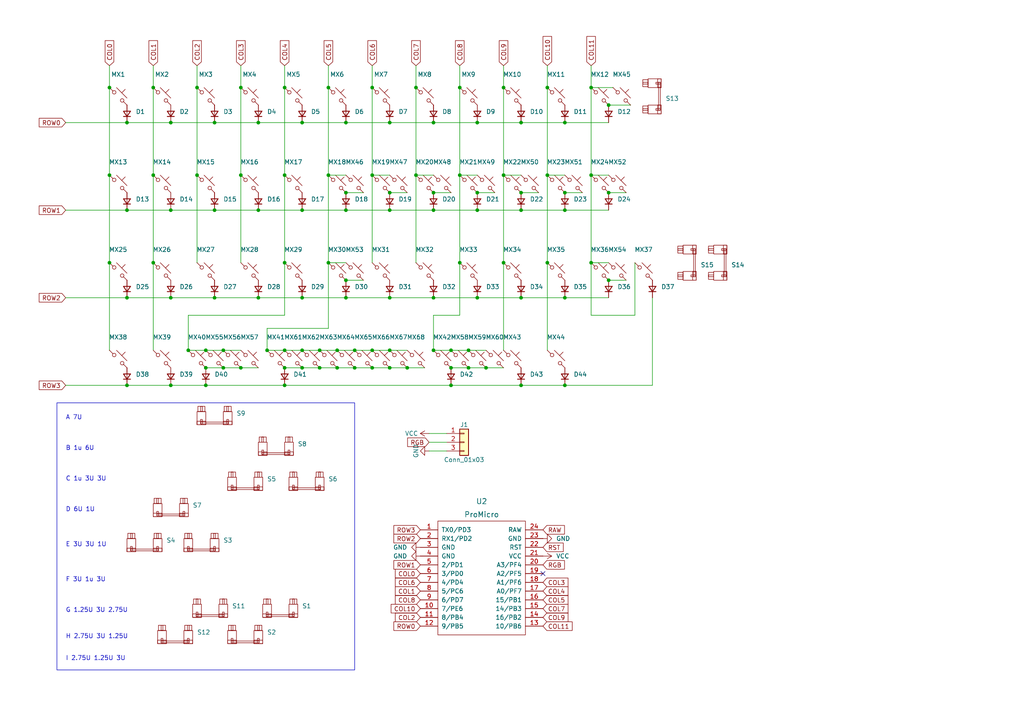
<source format=kicad_sch>
(kicad_sch (version 20230121) (generator eeschema)
  (paper "A4")
  (junction (at 102.87 101.6))
  (junction (at 49.53 60.96))
  (junction (at 87.63 60.96))
  (junction (at 163.83 35.56))
  (junction (at 171.45 76.2))
  (junction (at 138.43 86.36))
  (junction (at 87.63 106.68))
  (junction (at 100.33 35.56))
  (junction (at 151.13 35.56))
  (junction (at 36.83 86.36))
  (junction (at 44.45 50.8))
  (junction (at 100.33 81.28))
  (junction (at 36.83 35.56))
  (junction (at 107.95 101.6))
  (junction (at 138.43 55.88))
  (junction (at 36.83 111.76))
  (junction (at 113.03 106.68))
  (junction (at 97.79 101.6))
  (junction (at 120.65 50.8))
  (junction (at 158.75 25.4))
  (junction (at 138.43 60.96))
  (junction (at 113.03 86.36))
  (junction (at 113.03 35.56))
  (junction (at 100.33 86.36))
  (junction (at 97.79 106.68))
  (junction (at 31.75 76.2))
  (junction (at 171.45 50.8))
  (junction (at 125.73 35.56))
  (junction (at 130.81 106.68))
  (junction (at 54.61 101.6))
  (junction (at 69.85 106.68))
  (junction (at 95.25 25.4))
  (junction (at 158.75 50.8))
  (junction (at 133.35 50.8))
  (junction (at 146.05 76.2))
  (junction (at 140.97 106.68))
  (junction (at 113.03 55.88))
  (junction (at 82.55 111.76))
  (junction (at 146.05 25.4))
  (junction (at 49.53 111.76))
  (junction (at 57.15 25.4))
  (junction (at 163.83 86.36))
  (junction (at 113.03 101.6))
  (junction (at 31.75 25.4))
  (junction (at 176.53 55.88))
  (junction (at 163.83 55.88))
  (junction (at 62.23 60.96))
  (junction (at 176.53 81.28))
  (junction (at 59.69 101.6))
  (junction (at 151.13 60.96))
  (junction (at 49.53 35.56))
  (junction (at 69.85 50.8))
  (junction (at 113.03 60.96))
  (junction (at 44.45 25.4))
  (junction (at 118.11 106.68))
  (junction (at 107.95 50.8))
  (junction (at 107.95 25.4))
  (junction (at 74.93 35.56))
  (junction (at 133.35 25.4))
  (junction (at 59.69 111.76))
  (junction (at 31.75 50.8))
  (junction (at 107.95 106.68))
  (junction (at 146.05 50.8))
  (junction (at 74.93 60.96))
  (junction (at 130.81 101.6))
  (junction (at 125.73 101.6))
  (junction (at 82.55 25.4))
  (junction (at 82.55 50.8))
  (junction (at 64.77 106.68))
  (junction (at 44.45 76.2))
  (junction (at 158.75 76.2))
  (junction (at 171.45 25.4))
  (junction (at 82.55 101.6))
  (junction (at 62.23 35.56))
  (junction (at 77.47 101.6))
  (junction (at 95.25 76.2))
  (junction (at 87.63 86.36))
  (junction (at 135.89 101.6))
  (junction (at 151.13 111.76))
  (junction (at 100.33 60.96))
  (junction (at 120.65 25.4))
  (junction (at 135.89 106.68))
  (junction (at 92.71 106.68))
  (junction (at 92.71 101.6))
  (junction (at 74.93 86.36))
  (junction (at 163.83 111.76))
  (junction (at 49.53 86.36))
  (junction (at 82.55 76.2))
  (junction (at 151.13 86.36))
  (junction (at 138.43 35.56))
  (junction (at 69.85 25.4))
  (junction (at 59.69 106.68))
  (junction (at 64.77 101.6))
  (junction (at 100.33 55.88))
  (junction (at 151.13 55.88))
  (junction (at 87.63 35.56))
  (junction (at 133.35 76.2))
  (junction (at 95.25 50.8))
  (junction (at 130.81 111.76))
  (junction (at 36.83 60.96))
  (junction (at 62.23 86.36))
  (junction (at 125.73 86.36))
  (junction (at 102.87 106.68))
  (junction (at 125.73 55.88))
  (junction (at 57.15 50.8))
  (junction (at 82.55 106.68))
  (junction (at 176.53 30.48))
  (junction (at 125.73 60.96))
  (junction (at 87.63 101.6))
  (junction (at 163.83 60.96))
  (no_connect (at 157.48 166.37))
  (wire (pts (xy 19.05 86.36) (xy 36.83 86.36)))
  (wire (pts (xy 44.45 25.4) (xy 44.45 50.8)))
  (wire (pts (xy 176.53 55.88) (xy 181.61 55.88)))
  (wire (pts (xy 158.75 76.2) (xy 158.75 101.6)))
  (wire (pts (xy 146.05 25.4) (xy 146.05 50.8)))
  (wire (pts (xy 82.55 19.05) (xy 82.55 25.4)))
  (wire (pts (xy 107.95 101.6) (xy 113.03 101.6)))
  (wire (pts (xy 31.75 50.8) (xy 31.75 76.2)))
  (wire (pts (xy 44.45 76.2) (xy 44.45 101.6)))
  (wire (pts (xy 95.25 19.05) (xy 95.25 25.4)))
  (wire (pts (xy 77.47 101.6) (xy 82.55 101.6)))
  (wire (pts (xy 163.83 111.76) (xy 189.23 111.76)))
  (wire (pts (xy 125.73 101.6) (xy 130.81 101.6)))
  (wire (pts (xy 62.23 35.56) (xy 74.93 35.56)))
  (wire (pts (xy 87.63 101.6) (xy 92.71 101.6)))
  (wire (pts (xy 69.85 50.8) (xy 69.85 76.2)))
  (wire (pts (xy 171.45 91.44) (xy 184.15 91.44)))
  (wire (pts (xy 82.55 101.6) (xy 87.63 101.6)))
  (wire (pts (xy 171.45 76.2) (xy 171.45 91.44)))
  (wire (pts (xy 36.83 111.76) (xy 49.53 111.76)))
  (wire (pts (xy 146.05 50.8) (xy 146.05 76.2)))
  (wire (pts (xy 95.25 50.8) (xy 100.33 50.8)))
  (wire (pts (xy 135.89 106.68) (xy 140.97 106.68)))
  (wire (pts (xy 49.53 35.56) (xy 62.23 35.56)))
  (wire (pts (xy 163.83 55.88) (xy 168.91 55.88)))
  (wire (pts (xy 107.95 19.05) (xy 107.95 25.4)))
  (wire (pts (xy 120.65 50.8) (xy 125.73 50.8)))
  (wire (pts (xy 138.43 55.88) (xy 143.51 55.88)))
  (wire (pts (xy 125.73 91.44) (xy 125.73 101.6)))
  (wire (pts (xy 92.71 106.68) (xy 97.79 106.68)))
  (wire (pts (xy 62.23 60.96) (xy 74.93 60.96)))
  (wire (pts (xy 64.77 101.6) (xy 69.85 101.6)))
  (wire (pts (xy 64.77 106.68) (xy 69.85 106.68)))
  (wire (pts (xy 130.81 106.68) (xy 135.89 106.68)))
  (wire (pts (xy 171.45 76.2) (xy 176.53 76.2)))
  (wire (pts (xy 57.15 19.05) (xy 57.15 25.4)))
  (wire (pts (xy 74.93 60.96) (xy 87.63 60.96)))
  (wire (pts (xy 118.11 106.68) (xy 123.19 106.68)))
  (wire (pts (xy 171.45 50.8) (xy 176.53 50.8)))
  (wire (pts (xy 158.75 25.4) (xy 158.75 50.8)))
  (wire (pts (xy 146.05 50.8) (xy 151.13 50.8)))
  (wire (pts (xy 36.83 60.96) (xy 49.53 60.96)))
  (wire (pts (xy 59.69 111.76) (xy 82.55 111.76)))
  (wire (pts (xy 171.45 19.05) (xy 171.45 25.4)))
  (wire (pts (xy 54.61 91.44) (xy 54.61 101.6)))
  (wire (pts (xy 74.93 86.36) (xy 87.63 86.36)))
  (wire (pts (xy 62.23 86.36) (xy 74.93 86.36)))
  (wire (pts (xy 176.53 30.48) (xy 182.88 30.48)))
  (wire (pts (xy 49.53 86.36) (xy 62.23 86.36)))
  (wire (pts (xy 158.75 50.8) (xy 158.75 76.2)))
  (wire (pts (xy 19.05 60.96) (xy 36.83 60.96)))
  (wire (pts (xy 138.43 86.36) (xy 151.13 86.36)))
  (wire (pts (xy 113.03 106.68) (xy 118.11 106.68)))
  (wire (pts (xy 113.03 86.36) (xy 125.73 86.36)))
  (wire (pts (xy 95.25 76.2) (xy 100.33 76.2)))
  (wire (pts (xy 59.69 101.6) (xy 64.77 101.6)))
  (wire (pts (xy 146.05 76.2) (xy 146.05 101.6)))
  (wire (pts (xy 107.95 25.4) (xy 107.95 50.8)))
  (wire (pts (xy 49.53 60.96) (xy 62.23 60.96)))
  (wire (pts (xy 44.45 19.05) (xy 44.45 25.4)))
  (wire (pts (xy 151.13 60.96) (xy 163.83 60.96)))
  (wire (pts (xy 102.87 106.68) (xy 107.95 106.68)))
  (wire (pts (xy 113.03 35.56) (xy 125.73 35.56)))
  (wire (pts (xy 82.55 50.8) (xy 82.55 76.2)))
  (wire (pts (xy 95.25 50.8) (xy 95.25 76.2)))
  (wire (pts (xy 107.95 50.8) (xy 107.95 76.2)))
  (wire (pts (xy 125.73 55.88) (xy 130.81 55.88)))
  (wire (pts (xy 138.43 60.96) (xy 151.13 60.96)))
  (wire (pts (xy 19.05 111.76) (xy 36.83 111.76)))
  (wire (pts (xy 54.61 91.44) (xy 82.55 91.44)))
  (wire (pts (xy 100.33 60.96) (xy 113.03 60.96)))
  (wire (pts (xy 69.85 25.4) (xy 69.85 50.8)))
  (wire (pts (xy 125.73 35.56) (xy 138.43 35.56)))
  (wire (pts (xy 59.69 106.68) (xy 64.77 106.68)))
  (wire (pts (xy 57.15 25.4) (xy 57.15 50.8)))
  (wire (pts (xy 49.53 111.76) (xy 59.69 111.76)))
  (wire (pts (xy 69.85 106.68) (xy 74.93 106.68)))
  (wire (pts (xy 82.55 111.76) (xy 130.81 111.76)))
  (wire (pts (xy 133.35 76.2) (xy 133.35 91.44)))
  (wire (pts (xy 102.87 101.6) (xy 107.95 101.6)))
  (wire (pts (xy 125.73 91.44) (xy 133.35 91.44)))
  (wire (pts (xy 130.81 111.76) (xy 151.13 111.76)))
  (wire (pts (xy 151.13 111.76) (xy 163.83 111.76)))
  (wire (pts (xy 124.46 128.27) (xy 129.54 128.27)))
  (wire (pts (xy 82.55 106.68) (xy 87.63 106.68)))
  (wire (pts (xy 31.75 76.2) (xy 31.75 101.6)))
  (wire (pts (xy 171.45 25.4) (xy 171.45 50.8)))
  (wire (pts (xy 44.45 50.8) (xy 44.45 76.2)))
  (wire (pts (xy 100.33 86.36) (xy 113.03 86.36)))
  (wire (pts (xy 151.13 35.56) (xy 163.83 35.56)))
  (wire (pts (xy 113.03 60.96) (xy 125.73 60.96)))
  (wire (pts (xy 133.35 50.8) (xy 133.35 76.2)))
  (wire (pts (xy 36.83 86.36) (xy 49.53 86.36)))
  (wire (pts (xy 158.75 19.05) (xy 158.75 25.4)))
  (wire (pts (xy 31.75 25.4) (xy 31.75 50.8)))
  (wire (pts (xy 95.25 25.4) (xy 95.25 50.8)))
  (wire (pts (xy 31.75 19.05) (xy 31.75 25.4)))
  (wire (pts (xy 19.05 35.56) (xy 36.83 35.56)))
  (wire (pts (xy 176.53 81.28) (xy 181.61 81.28)))
  (wire (pts (xy 107.95 106.68) (xy 113.03 106.68)))
  (wire (pts (xy 184.15 76.2) (xy 184.15 91.44)))
  (wire (pts (xy 87.63 60.96) (xy 100.33 60.96)))
  (wire (pts (xy 87.63 86.36) (xy 100.33 86.36)))
  (wire (pts (xy 97.79 101.6) (xy 102.87 101.6)))
  (wire (pts (xy 120.65 25.4) (xy 120.65 50.8)))
  (wire (pts (xy 133.35 50.8) (xy 138.43 50.8)))
  (wire (pts (xy 87.63 106.68) (xy 92.71 106.68)))
  (wire (pts (xy 124.46 125.73) (xy 129.54 125.73)))
  (wire (pts (xy 158.75 50.8) (xy 163.83 50.8)))
  (wire (pts (xy 100.33 35.56) (xy 113.03 35.56)))
  (wire (pts (xy 69.85 19.05) (xy 69.85 25.4)))
  (wire (pts (xy 100.33 55.88) (xy 105.41 55.88)))
  (wire (pts (xy 120.65 50.8) (xy 120.65 76.2)))
  (wire (pts (xy 146.05 19.05) (xy 146.05 25.4)))
  (wire (pts (xy 140.97 106.68) (xy 146.05 106.68)))
  (wire (pts (xy 36.83 35.56) (xy 49.53 35.56)))
  (wire (pts (xy 87.63 35.56) (xy 100.33 35.56)))
  (wire (pts (xy 113.03 55.88) (xy 118.11 55.88)))
  (wire (pts (xy 171.45 25.4) (xy 177.8 25.4)))
  (wire (pts (xy 163.83 86.36) (xy 176.53 86.36)))
  (wire (pts (xy 125.73 86.36) (xy 138.43 86.36)))
  (wire (pts (xy 138.43 35.56) (xy 151.13 35.56)))
  (wire (pts (xy 57.15 50.8) (xy 57.15 76.2)))
  (wire (pts (xy 77.47 95.25) (xy 77.47 101.6)))
  (wire (pts (xy 151.13 55.88) (xy 156.21 55.88)))
  (wire (pts (xy 92.71 101.6) (xy 97.79 101.6)))
  (wire (pts (xy 151.13 86.36) (xy 163.83 86.36)))
  (wire (pts (xy 163.83 35.56) (xy 176.53 35.56)))
  (wire (pts (xy 74.93 35.56) (xy 87.63 35.56)))
  (wire (pts (xy 124.46 130.81) (xy 129.54 130.81)))
  (wire (pts (xy 120.65 19.05) (xy 120.65 25.4)))
  (wire (pts (xy 95.25 76.2) (xy 95.25 95.25)))
  (wire (pts (xy 125.73 60.96) (xy 138.43 60.96)))
  (wire (pts (xy 135.89 101.6) (xy 140.97 101.6)))
  (wire (pts (xy 107.95 50.8) (xy 113.03 50.8)))
  (wire (pts (xy 133.35 25.4) (xy 133.35 50.8)))
  (wire (pts (xy 97.79 106.68) (xy 102.87 106.68)))
  (wire (pts (xy 189.23 86.36) (xy 189.23 111.76)))
  (wire (pts (xy 171.45 50.8) (xy 171.45 76.2)))
  (wire (pts (xy 77.47 95.25) (xy 95.25 95.25)))
  (wire (pts (xy 163.83 60.96) (xy 176.53 60.96)))
  (wire (pts (xy 113.03 101.6) (xy 118.11 101.6)))
  (wire (pts (xy 82.55 76.2) (xy 82.55 91.44)))
  (wire (pts (xy 130.81 101.6) (xy 135.89 101.6)))
  (wire (pts (xy 100.33 81.28) (xy 105.41 81.28)))
  (wire (pts (xy 133.35 19.05) (xy 133.35 25.4)))
  (wire (pts (xy 54.61 101.6) (xy 59.69 101.6)))
  (wire (pts (xy 82.55 25.4) (xy 82.55 50.8)))
  (rectangle (start 16.51 116.84) (end 102.87 194.31))
  (text "G 1.25U 3U 2.75U\n" (at 19.05 177.8 0) (effects (font (size 1.27 1.27)) (justify left bottom)))
  (text "D 6U 1U" (at 19.05 148.59 0) (effects (font (size 1.27 1.27)) (justify left bottom)))
  (text "H 2.75U 3U 1.25U " (at 19.05 185.42 0) (effects (font (size 1.27 1.27)) (justify left bottom)))
  (text "C 1u 3U 3U" (at 19.05 139.7 0) (effects (font (size 1.27 1.27)) (justify left bottom)))
  (text "A 7U" (at 19.05 121.92 0) (effects (font (size 1.27 1.27)) (justify left bottom)))
  (text "B 1u 6U" (at 19.05 130.81 0) (effects (font (size 1.27 1.27)) (justify left bottom)))
  (text "E 3U 3U 1U" (at 19.05 158.75 0) (effects (font (size 1.27 1.27)) (justify left bottom)))
  (text "F 3U 1u 3U" (at 19.05 168.91 0) (effects (font (size 1.27 1.27)) (justify left bottom)))
  (text "I 2.75U 1.25U 3U " (at 19.05 191.77 0) (effects (font (size 1.27 1.27)) (justify left bottom)))
  (global_label "COL5" (shape input) (at 157.48 173.99 0) (property "Intersheetrefs" "${INTERSHEET_REFS}" (effects hide)))
  (global_label "COL8" (shape input) (at 133.35 19.05 90) (property "Intersheetrefs" "${INTERSHEET_REFS}" (effects hide)))
  (global_label "COL4" (shape input) (at 157.48 171.45 0) (property "Intersheetrefs" "${INTERSHEET_REFS}" (effects hide)))
  (global_label "ROW2" (shape input) (at 19.05 86.36 180) (property "Intersheetrefs" "${INTERSHEET_REFS}" (effects hide)))
  (global_label "RST" (shape input) (at 157.48 158.75 0) (property "Intersheetrefs" "${INTERSHEET_REFS}" (effects hide)))
  (global_label "COL4" (shape input) (at 82.55 19.05 90) (property "Intersheetrefs" "${INTERSHEET_REFS}" (effects hide)))
  (global_label "COL1" (shape input) (at 44.45 19.05 90) (property "Intersheetrefs" "${INTERSHEET_REFS}" (effects hide)))
  (global_label "COL10" (shape input) (at 158.75 19.05 90) (property "Intersheetrefs" "${INTERSHEET_REFS}" (effects hide)))
  (global_label "COL5" (shape input) (at 95.25 19.05 90) (property "Intersheetrefs" "${INTERSHEET_REFS}" (effects hide)))
  (global_label "ROW3" (shape input) (at 19.05 111.76 180) (property "Intersheetrefs" "${INTERSHEET_REFS}" (effects hide)))
  (global_label "COL9" (shape input) (at 146.05 19.05 90) (property "Intersheetrefs" "${INTERSHEET_REFS}" (effects hide)))
  (global_label "COL3" (shape input) (at 69.85 19.05 90) (property "Intersheetrefs" "${INTERSHEET_REFS}" (effects hide)))
  (global_label "COL6" (shape input) (at 107.95 19.05 90) (property "Intersheetrefs" "${INTERSHEET_REFS}" (effects hide)))
  (global_label "RGB" (shape input) (at 157.48 163.83 0) (property "Intersheetrefs" "${INTERSHEET_REFS}" (effects hide)))
  (global_label "COL11" (shape input) (at 157.48 181.61 0) (property "Intersheetrefs" "${INTERSHEET_REFS}" (effects hide)))
  (global_label "RGB" (shape input) (at 124.46 128.27 180) (property "Intersheetrefs" "${INTERSHEET_REFS}" (effects hide)))
  (global_label "COL7" (shape input) (at 120.65 19.05 90) (property "Intersheetrefs" "${INTERSHEET_REFS}" (effects hide)))
  (global_label "COL0" (shape input) (at 121.92 166.37 180) (property "Intersheetrefs" "${INTERSHEET_REFS}" (effects hide)))
  (global_label "ROW0" (shape input) (at 121.92 181.61 180) (property "Intersheetrefs" "${INTERSHEET_REFS}" (effects hide)))
  (global_label "COL7" (shape input) (at 157.48 176.53 0) (property "Intersheetrefs" "${INTERSHEET_REFS}" (effects hide)))
  (global_label "COL2" (shape input) (at 57.15 19.05 90) (property "Intersheetrefs" "${INTERSHEET_REFS}" (effects hide)))
  (global_label "COL6" (shape input) (at 121.92 168.91 180) (property "Intersheetrefs" "${INTERSHEET_REFS}" (effects hide)))
  (global_label "COL8" (shape input) (at 121.92 173.99 180) (property "Intersheetrefs" "${INTERSHEET_REFS}" (effects hide)))
  (global_label "COL10" (shape input) (at 121.92 176.53 180) (property "Intersheetrefs" "${INTERSHEET_REFS}" (effects hide)))
  (global_label "ROW2" (shape input) (at 121.92 156.21 180) (property "Intersheetrefs" "${INTERSHEET_REFS}" (effects hide)))
  (global_label "COL11" (shape input) (at 171.45 19.05 90) (property "Intersheetrefs" "${INTERSHEET_REFS}" (effects hide)))
  (global_label "COL9" (shape input) (at 157.48 179.07 0) (property "Intersheetrefs" "${INTERSHEET_REFS}" (effects hide)))
  (global_label "ROW3" (shape input) (at 121.92 153.67 180) (property "Intersheetrefs" "${INTERSHEET_REFS}" (effects hide)))
  (global_label "COL1" (shape input) (at 121.92 171.45 180) (property "Intersheetrefs" "${INTERSHEET_REFS}" (effects hide)))
  (global_label "COL2" (shape input) (at 121.92 179.07 180) (property "Intersheetrefs" "${INTERSHEET_REFS}" (effects hide)))
  (global_label "ROW1" (shape input) (at 19.05 60.96 180) (property "Intersheetrefs" "${INTERSHEET_REFS}" (effects hide)))
  (global_label "RAW" (shape input) (at 157.48 153.67 0) (property "Intersheetrefs" "${INTERSHEET_REFS}" (effects hide)))
  (global_label "ROW0" (shape input) (at 19.05 35.56 180) (property "Intersheetrefs" "${INTERSHEET_REFS}" (effects hide)))
  (global_label "ROW1" (shape input) (at 121.92 163.83 180) (property "Intersheetrefs" "${INTERSHEET_REFS}" (effects hide)))
  (global_label "COL3" (shape input) (at 157.48 168.91 0) (property "Intersheetrefs" "${INTERSHEET_REFS}" (effects hide)))
  (global_label "COL0" (shape input) (at 31.75 19.05 90) (property "Intersheetrefs" "${INTERSHEET_REFS}" (effects hide)))
  (symbol (lib_id "Device:D_Small") (at 87.63 33.02 90) (unit 1)
    (property "Reference" "D5" (at 90.17 32.385 90) (effects (justify right)))
    (property "Value" "D_Small" (effects hide))
    (property "Footprint" "Keebio-Parts:Diode-Hybrid-Back" (effects hide))
    (property "Sim.Device" "D" (effects hide))
    (property "Sim.Pins" "1=K 2=A" (effects hide))
  )
  (symbol (lib_id "PCM_marbastlib-mx:MX_stab") (at 71.12 139.7 0) (unit 1)
    (property "Reference" "S5" (at 77.47 138.938 0) (effects (justify left)))
    (property "Value" "MX_stab" (effects hide))
    (property "Footprint" "PCM_marbastlib-mx:STAB_MX_3u" (effects hide))
  )
  (symbol (lib_id "PCM_marbastlib-mx:MX_SW_solder") (at 102.87 53.34 0) (unit 1)
    (property "Reference" "MX46" (at 102.87 46.99 0))
    (property "Value" "MX_SW_solder" (effects hide))
    (property "Footprint" "PCM_marbastlib-mx:SW_MX_1.5u" (effects hide))
  )
  (symbol (lib_id "PCM_marbastlib-mx:MX_SW_solder") (at 46.99 78.74 0) (unit 1)
    (property "Reference" "MX26" (at 46.99 72.39 0))
    (property "Value" "MX_SW_solder" (effects hide))
    (property "Footprint" "PCM_marbastlib-mx:SW_MX_1u" (effects hide))
  )
  (symbol (lib_id "Device:D_Small") (at 176.53 58.42 90) (unit 1)
    (property "Reference" "D24" (at 179.07 57.785 90) (effects (justify right)))
    (property "Value" "D_Small" (effects hide))
    (property "Footprint" "Keebio-Parts:Diode-Hybrid-Back" (effects hide))
    (property "Sim.Device" "D" (effects hide))
    (property "Sim.Pins" "1=K 2=A" (effects hide))
  )
  (symbol (lib_id "PCM_marbastlib-mx:MX_SW_solder") (at 34.29 27.94 0) (unit 1)
    (property "Reference" "MX1" (at 34.29 21.59 0))
    (property "Value" "MX_SW_solder" (effects hide))
    (property "Footprint" "PCM_marbastlib-mx:SW_MX_1u" (effects hide))
  )
  (symbol (lib_id "PCM_marbastlib-mx:MX_stab") (at 49.53 147.32 0) (unit 1)
    (property "Reference" "S7" (at 55.88 146.558 0) (effects (justify left)))
    (property "Value" "MX_stab" (effects hide))
    (property "Footprint" "PCM_marbastlib-mx:STAB_MX_6u" (effects hide))
  )
  (symbol (lib_id "PCM_marbastlib-mx:MX_SW_solder") (at 46.99 104.14 0) (unit 1)
    (property "Reference" "MX39" (at 46.99 97.79 0))
    (property "Value" "MX_SW_solder" (effects hide))
    (property "Footprint" "PCM_marbastlib-mx:SW_MX_1.5u" (effects hide))
  )
  (symbol (lib_id "PCM_marbastlib-mx:MX_SW_solder") (at 80.01 104.14 0) (unit 1)
    (property "Reference" "MX41" (at 80.01 97.79 0))
    (property "Value" "MX_SW_solder" (effects hide))
    (property "Footprint" "PCM_marbastlib-mx:SW_MX_1u" (effects hide))
  )
  (symbol (lib_id "PCM_marbastlib-mx:MX_SW_solder") (at 148.59 27.94 0) (unit 1)
    (property "Reference" "MX10" (at 148.59 21.59 0))
    (property "Value" "MX_SW_solder" (effects hide))
    (property "Footprint" "PCM_marbastlib-mx:SW_MX_1u" (effects hide))
  )
  (symbol (lib_id "Device:D_Small") (at 36.83 33.02 90) (unit 1)
    (property "Reference" "D1" (at 39.37 32.385 90) (effects (justify right)))
    (property "Value" "D_Small" (effects hide))
    (property "Footprint" "Keebio-Parts:Diode-Hybrid-Back" (effects hide))
    (property "Sim.Device" "D" (effects hide))
    (property "Sim.Pins" "1=K 2=A" (effects hide))
  )
  (symbol (lib_id "PCM_marbastlib-mx:MX_SW_solder") (at 34.29 104.14 0) (unit 1)
    (property "Reference" "MX38" (at 34.29 97.79 0))
    (property "Value" "MX_SW_solder" (effects hide))
    (property "Footprint" "PCM_marbastlib-mx:SW_MX_1.5u" (effects hide))
  )
  (symbol (lib_id "PCM_marbastlib-mx:MX_SW_solder") (at 148.59 78.74 0) (unit 1)
    (property "Reference" "MX34" (at 148.59 72.39 0))
    (property "Value" "MX_SW_solder" (effects hide))
    (property "Footprint" "PCM_marbastlib-mx:SW_MX_1u" (effects hide))
  )
  (symbol (lib_id "PCM_marbastlib-mx:MX_SW_solder") (at 153.67 53.34 0) (unit 1)
    (property "Reference" "MX50" (at 153.67 46.99 0))
    (property "Value" "MX_SW_solder" (effects hide))
    (property "Footprint" "PCM_marbastlib-mx:SW_MX_1u" (effects hide))
  )
  (symbol (lib_id "Device:D_Small") (at 100.33 83.82 90) (unit 1)
    (property "Reference" "D30" (at 102.87 83.185 90) (effects (justify right)))
    (property "Value" "D_Small" (effects hide))
    (property "Footprint" "Keebio-Parts:Diode-Hybrid-Back" (effects hide))
    (property "Sim.Device" "D" (effects hide))
    (property "Sim.Pins" "1=K 2=A" (effects hide))
  )
  (symbol (lib_id "Device:D_Small") (at 113.03 83.82 90) (unit 1)
    (property "Reference" "D31" (at 115.57 83.185 90) (effects (justify right)))
    (property "Value" "D_Small" (effects hide))
    (property "Footprint" "Keebio-Parts:Diode-Hybrid-Back" (effects hide))
    (property "Sim.Device" "D" (effects hide))
    (property "Sim.Pins" "1=K 2=A" (effects hide))
  )
  (symbol (lib_id "Device:D_Small") (at 74.93 58.42 90) (unit 1)
    (property "Reference" "D16" (at 77.47 57.785 90) (effects (justify right)))
    (property "Value" "D_Small" (effects hide))
    (property "Footprint" "Keebio-Parts:Diode-Hybrid-Back" (effects hide))
    (property "Sim.Device" "D" (effects hide))
    (property "Sim.Pins" "1=K 2=A" (effects hide))
  )
  (symbol (lib_id "PCM_marbastlib-mx:MX_SW_solder") (at 67.31 104.14 0) (unit 1)
    (property "Reference" "MX56" (at 67.31 97.79 0))
    (property "Value" "MX_SW_solder" (effects hide))
    (property "Footprint" "PCM_marbastlib-mx:SW_MX_1u" (effects hide))
  )
  (symbol (lib_id "Device:D_Small") (at 189.23 83.82 90) (unit 1)
    (property "Reference" "D37" (at 191.77 83.185 90) (effects (justify right)))
    (property "Value" "D_Small" (effects hide))
    (property "Footprint" "Keebio-Parts:Diode-Hybrid-Back" (effects hide))
    (property "Sim.Device" "D" (effects hide))
    (property "Sim.Pins" "1=K 2=A" (effects hide))
  )
  (symbol (lib_id "PCM_marbastlib-mx:MX_stab") (at 81.28 176.53 0) (unit 1)
    (property "Reference" "S1" (at 87.63 175.768 0) (effects (justify left)))
    (property "Value" "MX_stab" (effects hide))
    (property "Footprint" "PCM_marbastlib-mx:STAB_MX_2.75u" (effects hide))
  )
  (symbol (lib_id "Device:D_Small") (at 62.23 33.02 90) (unit 1)
    (property "Reference" "D3" (at 64.77 32.385 90) (effects (justify right)))
    (property "Value" "D_Small" (effects hide))
    (property "Footprint" "Keebio-Parts:Diode-Hybrid-Back" (effects hide))
    (property "Sim.Device" "D" (effects hide))
    (property "Sim.Pins" "1=K 2=A" (effects hide))
  )
  (symbol (lib_id "PCM_marbastlib-mx:MX_SW_solder") (at 128.27 53.34 0) (unit 1)
    (property "Reference" "MX48" (at 128.27 46.99 0))
    (property "Value" "MX_SW_solder" (effects hide))
    (property "Footprint" "PCM_marbastlib-mx:SW_MX_1u" (effects hide))
  )
  (symbol (lib_id "power:GND") (at 157.48 156.21 90) (unit 1)
    (property "Reference" "#PWR01" (effects hide))
    (property "Value" "GND" (at 161.29 156.2099 90) (effects (justify right)))
  )
  (symbol (lib_id "PCM_marbastlib-mx:MX_SW_solder") (at 148.59 53.34 0) (unit 1)
    (property "Reference" "MX22" (at 148.59 46.99 0))
    (property "Value" "MX_SW_solder" (effects hide))
    (property "Footprint" "PCM_marbastlib-mx:SW_MX_1u" (effects hide))
  )
  (symbol (lib_id "Device:D_Small") (at 74.93 33.02 90) (unit 1)
    (property "Reference" "D4" (at 77.47 32.385 90) (effects (justify right)))
    (property "Value" "D_Small" (effects hide))
    (property "Footprint" "Keebio-Parts:Diode-Hybrid-Back" (effects hide))
    (property "Sim.Device" "D" (effects hide))
    (property "Sim.Pins" "1=K 2=A" (effects hide))
  )
  (symbol (lib_id "Device:D_Small") (at 163.83 58.42 90) (unit 1)
    (property "Reference" "D23" (at 166.37 57.785 90) (effects (justify right)))
    (property "Value" "D_Small" (effects hide))
    (property "Footprint" "Keebio-Parts:Diode-Hybrid-Back" (effects hide))
    (property "Sim.Device" "D" (effects hide))
    (property "Sim.Pins" "1=K 2=A" (effects hide))
  )
  (symbol (lib_id "Device:D_Small") (at 176.53 83.82 90) (unit 1)
    (property "Reference" "D36" (at 179.07 83.185 90) (effects (justify right)))
    (property "Value" "D_Small" (effects hide))
    (property "Footprint" "Keebio-Parts:Diode-Hybrid-Back" (effects hide))
    (property "Sim.Device" "D" (effects hide))
    (property "Sim.Pins" "1=K 2=A" (effects hide))
  )
  (symbol (lib_id "PCM_marbastlib-mx:MX_SW_solder") (at 97.79 78.74 0) (unit 1)
    (property "Reference" "MX30" (at 97.79 72.39 0))
    (property "Value" "MX_SW_solder" (effects hide))
    (property "Footprint" "PCM_marbastlib-mx:SW_MX_1u" (effects hide))
  )
  (symbol (lib_id "PCM_marbastlib-mx:MX_SW_solder") (at 135.89 27.94 0) (unit 1)
    (property "Reference" "MX9" (at 135.89 21.59 0))
    (property "Value" "MX_SW_solder" (effects hide))
    (property "Footprint" "PCM_marbastlib-mx:SW_MX_1u" (effects hide))
  )
  (symbol (lib_id "PCM_marbastlib-mx:MX_SW_solder") (at 161.29 78.74 0) (unit 1)
    (property "Reference" "MX35" (at 161.29 72.39 0))
    (property "Value" "MX_SW_solder" (effects hide))
    (property "Footprint" "PCM_marbastlib-mx:SW_MX_1u" (effects hide))
  )
  (symbol (lib_id "power:GND") (at 121.92 161.29 270) (unit 1)
    (property "Reference" "#PWR03" (effects hide))
    (property "Value" "GND" (at 118.11 161.2899 90) (effects (justify right)))
  )
  (symbol (lib_id "PCM_marbastlib-mx:MX_SW_solder") (at 72.39 78.74 0) (unit 1)
    (property "Reference" "MX28" (at 72.39 72.39 0))
    (property "Value" "MX_SW_solder" (effects hide))
    (property "Footprint" "PCM_marbastlib-mx:SW_MX_1u" (effects hide))
  )
  (symbol (lib_id "Device:D_Small") (at 125.73 33.02 90) (unit 1)
    (property "Reference" "D8" (at 128.27 32.385 90) (effects (justify right)))
    (property "Value" "D_Small" (effects hide))
    (property "Footprint" "Keebio-Parts:Diode-Hybrid-Back" (effects hide))
    (property "Sim.Device" "D" (effects hide))
    (property "Sim.Pins" "1=K 2=A" (effects hide))
  )
  (symbol (lib_id "Device:D_Small") (at 62.23 58.42 90) (unit 1)
    (property "Reference" "D15" (at 64.77 57.785 90) (effects (justify right)))
    (property "Value" "D_Small" (effects hide))
    (property "Footprint" "Keebio-Parts:Diode-Hybrid-Back" (effects hide))
    (property "Sim.Device" "D" (effects hide))
    (property "Sim.Pins" "1=K 2=A" (effects hide))
  )
  (symbol (lib_id "Device:D_Small") (at 59.69 109.22 90) (unit 1)
    (property "Reference" "D40" (at 62.23 108.585 90) (effects (justify right)))
    (property "Value" "D_Small" (effects hide))
    (property "Footprint" "Keebio-Parts:Diode-Hybrid-Back" (effects hide))
    (property "Sim.Device" "D" (effects hide))
    (property "Sim.Pins" "1=K 2=A" (effects hide))
  )
  (symbol (lib_id "PCM_marbastlib-mx:MX_SW_solder") (at 123.19 27.94 0) (unit 1)
    (property "Reference" "MX8" (at 123.19 21.59 0))
    (property "Value" "MX_SW_solder" (effects hide))
    (property "Footprint" "PCM_marbastlib-mx:SW_MX_1u" (effects hide))
  )
  (symbol (lib_id "Device:D_Small") (at 151.13 109.22 90) (unit 1)
    (property "Reference" "D43" (at 153.67 108.585 90) (effects (justify right)))
    (property "Value" "D_Small" (effects hide))
    (property "Footprint" "Keebio-Parts:Diode-Hybrid-Back" (effects hide))
    (property "Sim.Device" "D" (effects hide))
    (property "Sim.Pins" "1=K 2=A" (effects hide))
  )
  (symbol (lib_id "Device:D_Small") (at 87.63 83.82 90) (unit 1)
    (property "Reference" "D29" (at 90.17 83.185 90) (effects (justify right)))
    (property "Value" "D_Small" (effects hide))
    (property "Footprint" "Keebio-Parts:Diode-Hybrid-Back" (effects hide))
    (property "Sim.Device" "D" (effects hide))
    (property "Sim.Pins" "1=K 2=A" (effects hide))
  )
  (symbol (lib_id "Device:D_Small") (at 36.83 109.22 90) (unit 1)
    (property "Reference" "D38" (at 39.37 108.585 90) (effects (justify right)))
    (property "Value" "D_Small" (effects hide))
    (property "Footprint" "Keebio-Parts:Diode-Hybrid-Back" (effects hide))
    (property "Sim.Device" "D" (effects hide))
    (property "Sim.Pins" "1=K 2=A" (effects hide))
  )
  (symbol (lib_id "Device:D_Small") (at 151.13 58.42 90) (unit 1)
    (property "Reference" "D22" (at 153.67 57.785 90) (effects (justify right)))
    (property "Value" "D_Small" (effects hide))
    (property "Footprint" "Keebio-Parts:Diode-Hybrid-Back" (effects hide))
    (property "Sim.Device" "D" (effects hide))
    (property "Sim.Pins" "1=K 2=A" (effects hide))
  )
  (symbol (lib_id "Device:D_Small") (at 130.81 109.22 90) (unit 1)
    (property "Reference" "D42" (at 133.35 108.585 90) (effects (justify right)))
    (property "Value" "D_Small" (effects hide))
    (property "Footprint" "Keebio-Parts:Diode-Hybrid-Back" (effects hide))
    (property "Sim.Device" "D" (effects hide))
    (property "Sim.Pins" "1=K 2=A" (effects hide))
  )
  (symbol (lib_id "Device:D_Small") (at 82.55 109.22 90) (unit 1)
    (property "Reference" "D41" (at 85.09 108.585 90) (effects (justify right)))
    (property "Value" "D_Small" (effects hide))
    (property "Footprint" "Keebio-Parts:Diode-Hybrid-Back" (effects hide))
    (property "Sim.Device" "D" (effects hide))
    (property "Sim.Pins" "1=K 2=A" (effects hide))
  )
  (symbol (lib_id "PCM_marbastlib-mx:MX_stab") (at 50.8 184.15 0) (unit 1)
    (property "Reference" "S12" (at 57.15 183.388 0) (effects (justify left)))
    (property "Value" "MX_stab" (effects hide))
    (property "Footprint" "PCM_marbastlib-mx:STAB_MX_2.75u" (effects hide))
  )
  (symbol (lib_id "PCM_marbastlib-mx:MX_SW_solder") (at 72.39 53.34 0) (unit 1)
    (property "Reference" "MX16" (at 72.39 46.99 0))
    (property "Value" "MX_SW_solder" (effects hide))
    (property "Footprint" "PCM_marbastlib-mx:SW_MX_1u" (effects hide))
  )
  (symbol (lib_id "PCM_marbastlib-mx:MX_SW_solder") (at 97.79 27.94 0) (unit 1)
    (property "Reference" "MX6" (at 97.79 21.59 0))
    (property "Value" "MX_SW_solder" (effects hide))
    (property "Footprint" "PCM_marbastlib-mx:SW_MX_1u" (effects hide))
  )
  (symbol (lib_id "PCM_marbastlib-mx:MX_SW_solder") (at 140.97 53.34 0) (unit 1)
    (property "Reference" "MX49" (at 140.97 46.99 0))
    (property "Value" "MX_SW_solder" (effects hide))
    (property "Footprint" "PCM_marbastlib-mx:SW_MX_1u" (effects hide))
  )
  (symbol (lib_id "PCM_marbastlib-mx:MX_SW_solder") (at 95.25 104.14 0) (unit 1)
    (property "Reference" "MX63" (at 95.25 97.79 0))
    (property "Value" "MX_SW_solder" (effects hide))
    (property "Footprint" "PCM_marbastlib-mx:SW_MX_1u" (effects hide))
  )
  (symbol (lib_id "PCM_marbastlib-mx:MX_SW_solder") (at 161.29 104.14 0) (unit 1)
    (property "Reference" "MX44" (at 161.29 97.79 0))
    (property "Value" "MX_SW_solder" (effects hide))
    (property "Footprint" "PCM_marbastlib-mx:SW_MX_1.5u" (effects hide))
  )
  (symbol (lib_id "PCM_marbastlib-mx:MX_SW_solder") (at 135.89 53.34 0) (unit 1)
    (property "Reference" "MX21" (at 135.89 46.99 0))
    (property "Value" "MX_SW_solder" (effects hide))
    (property "Footprint" "PCM_marbastlib-mx:SW_MX_1u" (effects hide))
  )
  (symbol (lib_id "Device:D_Small") (at 138.43 33.02 90) (unit 1)
    (property "Reference" "D9" (at 140.97 32.385 90) (effects (justify right)))
    (property "Value" "D_Small" (effects hide))
    (property "Footprint" "Keebio-Parts:Diode-Hybrid-Back" (effects hide))
    (property "Sim.Device" "D" (effects hide))
    (property "Sim.Pins" "1=K 2=A" (effects hide))
  )
  (symbol (lib_id "PCM_marbastlib-mx:MX_SW_solder") (at 57.15 104.14 0) (unit 1)
    (property "Reference" "MX40" (at 57.15 97.79 0))
    (property "Value" "MX_SW_solder" (effects hide))
    (property "Footprint" "PCM_marbastlib-mx:SW_MX_1u" (effects hide))
  )
  (symbol (lib_id "PCM_marbastlib-mx:MX_SW_solder") (at 105.41 104.14 0) (unit 1)
    (property "Reference" "MX65" (at 105.41 97.79 0))
    (property "Value" "MX_SW_solder" (effects hide))
    (property "Footprint" "PCM_marbastlib-mx:SW_MX_1u" (effects hide))
  )
  (symbol (lib_id "PCM_marbastlib-mx:MX_SW_solder") (at 161.29 27.94 0) (unit 1)
    (property "Reference" "MX11" (at 161.29 21.59 0))
    (property "Value" "MX_SW_solder" (effects hide))
    (property "Footprint" "PCM_marbastlib-mx:SW_MX_1u" (effects hide))
  )
  (symbol (lib_id "PCM_marbastlib-mx:MX_stab") (at 80.01 129.54 0) (unit 1)
    (property "Reference" "S8" (at 86.36 128.778 0) (effects (justify left)))
    (property "Value" "MX_stab" (effects hide))
    (property "Footprint" "PCM_marbastlib-mx:STAB_MX_6u" (effects hide))
  )
  (symbol (lib_id "PCM_marbastlib-mx:MX_SW_solder") (at 180.34 27.94 0) (unit 1)
    (property "Reference" "MX45" (at 180.34 21.59 0))
    (property "Value" "MX_SW_solder" (effects hide))
    (property "Footprint" "PCM_marbastlib-mx:SW_MX_1u" (effects hide))
  )
  (symbol (lib_id "PCM_marbastlib-mx:MX_SW_solder") (at 120.65 104.14 0) (unit 1)
    (property "Reference" "MX68" (at 120.65 97.79 0))
    (property "Value" "MX_SW_solder" (effects hide))
    (property "Footprint" "PCM_marbastlib-mx:SW_MX_1.25u" (effects hide))
  )
  (symbol (lib_id "PCM_marbastlib-mx:MX_SW_solder") (at 85.09 104.14 0) (unit 1)
    (property "Reference" "MX61" (at 85.09 97.79 0))
    (property "Value" "MX_SW_solder" (effects hide))
    (property "Footprint" "PCM_marbastlib-mx:SW_MX_1u" (effects hide))
  )
  (symbol (lib_id "PCM_marbastlib-mx:MX_SW_solder") (at 115.57 104.14 0) (unit 1)
    (property "Reference" "MX67" (at 115.57 97.79 0))
    (property "Value" "MX_SW_solder" (effects hide))
    (property "Footprint" "PCM_marbastlib-mx:SW_MX_1u" (effects hide))
  )
  (symbol (lib_id "PCM_marbastlib-mx:MX_SW_solder") (at 110.49 27.94 0) (unit 1)
    (property "Reference" "MX7" (at 110.49 21.59 0))
    (property "Value" "MX_SW_solder" (effects hide))
    (property "Footprint" "PCM_marbastlib-mx:SW_MX_1u" (effects hide))
  )
  (symbol (lib_id "Device:D_Small") (at 49.53 83.82 90) (unit 1)
    (property "Reference" "D26" (at 52.07 83.185 90) (effects (justify right)))
    (property "Value" "D_Small" (effects hide))
    (property "Footprint" "Keebio-Parts:Diode-Hybrid-Back" (effects hide))
    (property "Sim.Device" "D" (effects hide))
    (property "Sim.Pins" "1=K 2=A" (effects hide))
  )
  (symbol (lib_id "PCM_marbastlib-mx:MX_SW_solder") (at 138.43 104.14 0) (unit 1)
    (property "Reference" "MX59" (at 138.43 97.79 0))
    (property "Value" "MX_SW_solder" (effects hide))
    (property "Footprint" "PCM_marbastlib-mx:SW_MX_1u" (effects hide))
  )
  (symbol (lib_id "PCM_marbastlib-mx:MX_SW_solder") (at 46.99 27.94 0) (unit 1)
    (property "Reference" "MX2" (at 46.99 21.59 0))
    (property "Value" "MX_SW_solder" (effects hide))
    (property "Footprint" "PCM_marbastlib-mx:SW_MX_1u" (effects hide))
  )
  (symbol (lib_id "PCM_marbastlib-mx:MX_SW_solder") (at 72.39 104.14 0) (unit 1)
    (property "Reference" "MX57" (at 72.39 97.79 0))
    (property "Value" "MX_SW_solder" (effects hide))
    (property "Footprint" "PCM_marbastlib-mx:SW_MX_1.25u" (effects hide))
  )
  (symbol (lib_id "PCM_marbastlib-mx:MX_SW_solder") (at 102.87 78.74 0) (unit 1)
    (property "Reference" "MX53" (at 102.87 72.39 0))
    (property "Value" "MX_SW_solder" (effects hide))
    (property "Footprint" "PCM_marbastlib-mx:SW_MX_1u" (effects hide))
  )
  (symbol (lib_id "PCM_marbastlib-mx:MX_SW_solder") (at 173.99 27.94 0) (unit 1)
    (property "Reference" "MX12" (at 173.99 21.59 0))
    (property "Value" "MX_SW_solder" (effects hide))
    (property "Footprint" "PCM_marbastlib-mx:SW_MX_1u" (effects hide))
  )
  (symbol (lib_id "PCM_marbastlib-mx:MX_SW_solder") (at 173.99 53.34 0) (unit 1)
    (property "Reference" "MX24" (at 173.99 46.99 0))
    (property "Value" "MX_SW_solder" (effects hide))
    (property "Footprint" "PCM_marbastlib-mx:SW_MX_1u" (effects hide))
  )
  (symbol (lib_id "Device:D_Small") (at 49.53 33.02 90) (unit 1)
    (property "Reference" "D2" (at 52.07 32.385 90) (effects (justify right)))
    (property "Value" "D_Small" (effects hide))
    (property "Footprint" "Keebio-Parts:Diode-Hybrid-Back" (effects hide))
    (property "Sim.Device" "D" (effects hide))
    (property "Sim.Pins" "1=K 2=A" (effects hide))
  )
  (symbol (lib_id "PCM_marbastlib-mx:MX_SW_solder") (at 46.99 53.34 0) (unit 1)
    (property "Reference" "MX14" (at 46.99 46.99 0))
    (property "Value" "MX_SW_solder" (effects hide))
    (property "Footprint" "PCM_marbastlib-mx:SW_MX_1u" (effects hide))
  )
  (symbol (lib_id "Device:D_Small") (at 100.33 33.02 90) (unit 1)
    (property "Reference" "D6" (at 102.87 32.385 90) (effects (justify right)))
    (property "Value" "D_Small" (effects hide))
    (property "Footprint" "Keebio-Parts:Diode-Hybrid-Back" (effects hide))
    (property "Sim.Device" "D" (effects hide))
    (property "Sim.Pins" "1=K 2=A" (effects hide))
  )
  (symbol (lib_id "PCM_marbastlib-mx:MX_SW_solder") (at 34.29 78.74 0) (unit 1)
    (property "Reference" "MX25" (at 34.29 72.39 0))
    (property "Value" "MX_SW_solder" (effects hide))
    (property "Footprint" "PCM_marbastlib-mx:SW_MX_1u" (effects hide))
  )
  (symbol (lib_id "PCM_marbastlib-mx:MX_stab") (at 199.39 76.2 90) (unit 1)
    (property "Reference" "S15" (at 203.2 76.835 90) (effects (justify right)))
    (property "Value" "MX_stab" (effects hide))
    (property "Footprint" "PCM_marbastlib-mx:STAB_MX_2u" (effects hide))
  )
  (symbol (lib_id "PCM_marbastlib-mx:MX_SW_solder") (at 166.37 53.34 0) (unit 1)
    (property "Reference" "MX51" (at 166.37 46.99 0))
    (property "Value" "MX_SW_solder" (effects hide))
    (property "Footprint" "PCM_marbastlib-mx:SW_MX_1u" (effects hide))
  )
  (symbol (lib_id "PCM_marbastlib-mx:MX_SW_solder") (at 123.19 53.34 0) (unit 1)
    (property "Reference" "MX20" (at 123.19 46.99 0))
    (property "Value" "MX_SW_solder" (effects hide))
    (property "Footprint" "PCM_marbastlib-mx:SW_MX_1u" (effects hide))
  )
  (symbol (lib_id "PCM_marbastlib-mx:MX_stab") (at 208.28 76.2 90) (unit 1)
    (property "Reference" "S14" (at 212.09 76.835 90) (effects (justify right)))
    (property "Value" "MX_stab" (effects hide))
    (property "Footprint" "PCM_marbastlib-mx:STAB_MX_2u" (effects hide))
  )
  (symbol (lib_id "PCM_marbastlib-mx:MX_SW_solder") (at 110.49 53.34 0) (unit 1)
    (property "Reference" "MX19" (at 110.49 46.99 0))
    (property "Value" "MX_SW_solder" (effects hide))
    (property "Footprint" "PCM_marbastlib-mx:SW_MX_1u" (effects hide))
  )
  (symbol (lib_id "Device:D_Small") (at 100.33 58.42 90) (unit 1)
    (property "Reference" "D18" (at 102.87 57.785 90) (effects (justify right)))
    (property "Value" "D_Small" (effects hide))
    (property "Footprint" "Keebio-Parts:Diode-Hybrid-Back" (effects hide))
    (property "Sim.Device" "D" (effects hide))
    (property "Sim.Pins" "1=K 2=A" (effects hide))
  )
  (symbol (lib_id "PCM_marbastlib-mx:MX_SW_solder") (at 62.23 104.14 0) (unit 1)
    (property "Reference" "MX55" (at 62.23 97.79 0))
    (property "Value" "MX_SW_solder" (effects hide))
    (property "Footprint" "PCM_marbastlib-mx:SW_MX_1u" (effects hide))
  )
  (symbol (lib_id "PCM_marbastlib-mx:MX_SW_solder") (at 179.07 53.34 0) (unit 1)
    (property "Reference" "MX52" (at 179.07 46.99 0))
    (property "Value" "MX_SW_solder" (effects hide))
    (property "Footprint" "PCM_marbastlib-mx:SW_MX_1.5u" (effects hide))
  )
  (symbol (lib_id "power:VCC") (at 157.48 161.29 270) (unit 1)
    (property "Reference" "#PWR04" (effects hide))
    (property "Value" "VCC" (at 161.29 161.2899 90) (effects (justify left)))
  )
  (symbol (lib_id "PCM_marbastlib-mx:MX_SW_solder") (at 128.27 104.14 0) (unit 1)
    (property "Reference" "MX42" (at 128.27 97.79 0))
    (property "Value" "MX_SW_solder" (effects hide))
    (property "Footprint" "PCM_marbastlib-mx:SW_MX_1u" (effects hide))
  )
  (symbol (lib_id "Device:D_Small") (at 163.83 33.02 90) (unit 1)
    (property "Reference" "D11" (at 166.37 32.385 90) (effects (justify right)))
    (property "Value" "D_Small" (effects hide))
    (property "Footprint" "Keebio-Parts:Diode-Hybrid-Back" (effects hide))
    (property "Sim.Device" "D" (effects hide))
    (property "Sim.Pins" "1=K 2=A" (effects hide))
  )
  (symbol (lib_id "PCM_marbastlib-mx:MX_SW_solder") (at 85.09 27.94 0) (unit 1)
    (property "Reference" "MX5" (at 85.09 21.59 0))
    (property "Value" "MX_SW_solder" (effects hide))
    (property "Footprint" "PCM_marbastlib-mx:SW_MX_1u" (effects hide))
  )
  (symbol (lib_id "Device:D_Small") (at 125.73 83.82 90) (unit 1)
    (property "Reference" "D32" (at 128.27 83.185 90) (effects (justify right)))
    (property "Value" "D_Small" (effects hide))
    (property "Footprint" "Keebio-Parts:Diode-Hybrid-Back" (effects hide))
    (property "Sim.Device" "D" (effects hide))
    (property "Sim.Pins" "1=K 2=A" (effects hide))
  )
  (symbol (lib_id "Device:D_Small") (at 138.43 58.42 90) (unit 1)
    (property "Reference" "D21" (at 140.97 57.785 90) (effects (justify right)))
    (property "Value" "D_Small" (effects hide))
    (property "Footprint" "Keebio-Parts:Diode-Hybrid-Back" (effects hide))
    (property "Sim.Device" "D" (effects hide))
    (property "Sim.Pins" "1=K 2=A" (effects hide))
  )
  (symbol (lib_id "power:GND") (at 121.92 158.75 270) (unit 1)
    (property "Reference" "#PWR02" (effects hide))
    (property "Value" "GND" (at 118.11 158.7499 90) (effects (justify right)))
  )
  (symbol (lib_id "PCM_marbastlib-mx:MX_stab") (at 189.23 27.94 90) (unit 1)
    (property "Reference" "S13" (at 193.04 28.575 90) (effects (justify right)))
    (property "Value" "MX_stab" (effects hide))
    (property "Footprint" "PCM_marbastlib-mx:STAB_MX_2u" (effects hide))
  )
  (symbol (lib_id "Device:D_Small") (at 87.63 58.42 90) (unit 1)
    (property "Reference" "D17" (at 90.17 57.785 90) (effects (justify right)))
    (property "Value" "D_Small" (effects hide))
    (property "Footprint" "Keebio-Parts:Diode-Hybrid-Back" (effects hide))
    (property "Sim.Device" "D" (effects hide))
    (property "Sim.Pins" "1=K 2=A" (effects hide))
  )
  (symbol (lib_id "PCM_marbastlib-mx:MX_SW_solder") (at 186.69 78.74 0) (unit 1)
    (property "Reference" "MX37" (at 186.69 72.39 0))
    (property "Value" "MX_SW_solder" (effects hide))
    (property "Footprint" "PCM_marbastlib-mx:SW_MX_1u" (effects hide))
  )
  (symbol (lib_id "PCM_marbastlib-mx:MX_SW_solder") (at 115.57 53.34 0) (unit 1)
    (property "Reference" "MX47" (at 115.57 46.99 0))
    (property "Value" "MX_SW_solder" (effects hide))
    (property "Footprint" "PCM_marbastlib-mx:SW_MX_1u" (effects hide))
  )
  (symbol (lib_id "PCM_marbastlib-mx:MX_SW_solder") (at 100.33 104.14 0) (unit 1)
    (property "Reference" "MX64" (at 100.33 97.79 0))
    (property "Value" "MX_SW_solder" (effects hide))
    (property "Footprint" "PCM_marbastlib-mx:SW_MX_1u" (effects hide))
  )
  (symbol (lib_id "alpha_pro_micro-rescue:Conn_01x03") (at 134.62 128.27 0) (unit 1)
    (property "Reference" "J1" (at 134.62 123.19 0))
    (property "Value" "Conn_01x03" (at 134.62 133.35 0))
    (property "Footprint" "Connector_PinSocket_2.54mm:PinSocket_1x03_P2.54mm_Vertical" (effects hide))
  )
  (symbol (lib_id "PCM_marbastlib-mx:MX_stab") (at 88.9 139.7 0) (unit 1)
    (property "Reference" "S6" (at 95.25 138.938 0) (effects (justify left)))
    (property "Value" "MX_stab" (effects hide))
    (property "Footprint" "PCM_marbastlib-mx:STAB_MX_3u" (effects hide))
  )
  (symbol (lib_id "Device:D_Small") (at 113.03 58.42 90) (unit 1)
    (property "Reference" "D19" (at 115.57 57.785 90) (effects (justify right)))
    (property "Value" "D_Small" (effects hide))
    (property "Footprint" "Keebio-Parts:Diode-Hybrid-Back" (effects hide))
    (property "Sim.Device" "D" (effects hide))
    (property "Sim.Pins" "1=K 2=A" (effects hide))
  )
  (symbol (lib_id "Device:D_Small") (at 125.73 58.42 90) (unit 1)
    (property "Reference" "D20" (at 128.27 57.785 90) (effects (justify right)))
    (property "Value" "D_Small" (effects hide))
    (property "Footprint" "Keebio-Parts:Diode-Hybrid-Back" (effects hide))
    (property "Sim.Device" "D" (effects hide))
    (property "Sim.Pins" "1=K 2=A" (effects hide))
  )
  (symbol (lib_id "power:VCC") (at 124.46 125.73 90) (unit 1)
    (property "Reference" "#PWR05" (effects hide))
    (property "Value" "VCC" (at 121.285 125.7299 90) (effects (justify left)))
  )
  (symbol (lib_id "PCM_marbastlib-mx:MX_stab") (at 58.42 157.48 0) (unit 1)
    (property "Reference" "S3" (at 64.77 156.718 0) (effects (justify left)))
    (property "Value" "MX_stab" (effects hide))
    (property "Footprint" "PCM_marbastlib-mx:STAB_MX_3u" (effects hide))
  )
  (symbol (lib_id "PCM_marbastlib-mx:MX_stab") (at 62.23 120.65 0) (unit 1)
    (property "Reference" "S9" (at 68.58 119.888 0) (effects (justify left)))
    (property "Value" "MX_stab" (effects hide))
    (property "Footprint" "PCM_marbastlib-mx:STAB_MX_7u" (effects hide))
  )
  (symbol (lib_id "Device:D_Small") (at 74.93 83.82 90) (unit 1)
    (property "Reference" "D28" (at 77.47 83.185 90) (effects (justify right)))
    (property "Value" "D_Small" (effects hide))
    (property "Footprint" "Keebio-Parts:Diode-Hybrid-Back" (effects hide))
    (property "Sim.Device" "D" (effects hide))
    (property "Sim.Pins" "1=K 2=A" (effects hide))
  )
  (symbol (lib_id "PCM_marbastlib-mx:MX_SW_solder") (at 143.51 104.14 0) (unit 1)
    (property "Reference" "MX60" (at 143.51 97.79 0))
    (property "Value" "MX_SW_solder" (effects hide))
    (property "Footprint" "PCM_marbastlib-mx:SW_MX_1.25u" (effects hide))
  )
  (symbol (lib_id "PCM_marbastlib-mx:MX_SW_solder") (at 85.09 78.74 0) (unit 1)
    (property "Reference" "MX29" (at 85.09 72.39 0))
    (property "Value" "MX_SW_solder" (effects hide))
    (property "Footprint" "PCM_marbastlib-mx:SW_MX_1u" (effects hide))
  )
  (symbol (lib_id "PCM_marbastlib-mx:MX_SW_solder") (at 85.09 53.34 0) (unit 1)
    (property "Reference" "MX17" (at 85.09 46.99 0))
    (property "Value" "MX_SW_solder" (effects hide))
    (property "Footprint" "PCM_marbastlib-mx:SW_MX_1u" (effects hide))
  )
  (symbol (lib_id "Device:D_Small") (at 113.03 33.02 90) (unit 1)
    (property "Reference" "D7" (at 115.57 32.385 90) (effects (justify right)))
    (property "Value" "D_Small" (effects hide))
    (property "Footprint" "Keebio-Parts:Diode-Hybrid-Back" (effects hide))
    (property "Sim.Device" "D" (effects hide))
    (property "Sim.Pins" "1=K 2=A" (effects hide))
  )
  (symbol (lib_id "Device:D_Small") (at 49.53 109.22 90) (unit 1)
    (property "Reference" "D39" (at 52.07 108.585 90) (effects (justify right)))
    (property "Value" "D_Small" (effects hide))
    (property "Footprint" "Keebio-Parts:Diode-Hybrid-Back" (effects hide))
    (property "Sim.Device" "D" (effects hide))
    (property "Sim.Pins" "1=K 2=A" (effects hide))
  )
  (symbol (lib_id "PCM_marbastlib-mx:MX_SW_solder") (at 110.49 104.14 0) (unit 1)
    (property "Reference" "MX66" (at 110.49 97.79 0))
    (property "Value" "MX_SW_solder" (effects hide))
    (property "Footprint" "PCM_marbastlib-mx:SW_MX_1u" (effects hide))
  )
  (symbol (lib_id "Device:D_Small") (at 163.83 83.82 90) (unit 1)
    (property "Reference" "D35" (at 166.37 83.185 90) (effects (justify right)))
    (property "Value" "D_Small" (effects hide))
    (property "Footprint" "Keebio-Parts:Diode-Hybrid-Back" (effects hide))
    (property "Sim.Device" "D" (effects hide))
    (property "Sim.Pins" "1=K 2=A" (effects hide))
  )
  (symbol (lib_id "PCM_marbastlib-mx:MX_SW_solder") (at 173.99 78.74 0) (unit 1)
    (property "Reference" "MX36" (at 173.99 72.39 0))
    (property "Value" "MX_SW_solder" (effects hide))
    (property "Footprint" "PCM_marbastlib-mx:SW_MX_1u" (effects hide))
  )
  (symbol (lib_id "PCM_marbastlib-mx:MX_SW_solder") (at 90.17 104.14 0) (unit 1)
    (property "Reference" "MX62" (at 90.17 97.79 0))
    (property "Value" "MX_SW_solder" (effects hide))
    (property "Footprint" "PCM_marbastlib-mx:SW_MX_1u" (effects hide))
  )
  (symbol (lib_id "PCM_marbastlib-mx:MX_SW_solder") (at 72.39 27.94 0) (unit 1)
    (property "Reference" "MX4" (at 72.39 21.59 0))
    (property "Value" "MX_SW_solder" (effects hide))
    (property "Footprint" "PCM_marbastlib-mx:SW_MX_1u" (effects hide))
  )
  (symbol (lib_id "PCM_marbastlib-mx:MX_SW_solder") (at 133.35 104.14 0) (unit 1)
    (property "Reference" "MX58" (at 133.35 97.79 0))
    (property "Value" "MX_SW_solder" (effects hide))
    (property "Footprint" "PCM_marbastlib-mx:SW_MX_1u" (effects hide))
  )
  (symbol (lib_id "power:GND") (at 124.46 130.81 270) (unit 1)
    (property "Reference" "#PWR06" (effects hide))
    (property "Value" "GND" (at 120.65 130.81 0))
  )
  (symbol (lib_id "PCM_marbastlib-mx:MX_SW_solder") (at 59.69 53.34 0) (unit 1)
    (property "Reference" "MX15" (at 59.69 46.99 0))
    (property "Value" "MX_SW_solder" (effects hide))
    (property "Footprint" "PCM_marbastlib-mx:SW_MX_1u" (effects hide))
  )
  (symbol (lib_id "PCM_marbastlib-mx:MX_stab") (at 60.96 176.53 0) (unit 1)
    (property "Reference" "S11" (at 67.31 175.768 0) (effects (justify left)))
    (property "Value" "MX_stab" (effects hide))
    (property "Footprint" "PCM_marbastlib-mx:STAB_MX_3u" (effects hide))
  )
  (symbol (lib_id "PCM_marbastlib-mx:MX_SW_solder") (at 97.79 53.34 0) (unit 1)
    (property "Reference" "MX18" (at 97.79 46.99 0))
    (property "Value" "MX_SW_solder" (effects hide))
    (property "Footprint" "PCM_marbastlib-mx:SW_MX_1u" (effects hide))
  )
  (symbol (lib_id "PCM_marbastlib-mx:MX_SW_solder") (at 135.89 78.74 0) (unit 1)
    (property "Reference" "MX33" (at 135.89 72.39 0))
    (property "Value" "MX_SW_solder" (effects hide))
    (property "Footprint" "PCM_marbastlib-mx:SW_MX_1u" (effects hide))
  )
  (symbol (lib_id "PCM_marbastlib-mx:MX_SW_solder") (at 161.29 53.34 0) (unit 1)
    (property "Reference" "MX23" (at 161.29 46.99 0))
    (property "Value" "MX_SW_solder" (effects hide))
    (property "Footprint" "PCM_marbastlib-mx:SW_MX_1u" (effects hide))
  )
  (symbol (lib_id "PCM_marbastlib-mx:MX_SW_solder") (at 123.19 78.74 0) (unit 1)
    (property "Reference" "MX32" (at 123.19 72.39 0))
    (property "Value" "MX_SW_solder" (effects hide))
    (property "Footprint" "PCM_marbastlib-mx:SW_MX_1u" (effects hide))
  )
  (symbol (lib_id "Device:D_Small") (at 62.23 83.82 90) (unit 1)
    (property "Reference" "D27" (at 64.77 83.185 90) (effects (justify right)))
    (property "Value" "D_Small" (effects hide))
    (property "Footprint" "Keebio-Parts:Diode-Hybrid-Back" (effects hide))
    (property "Sim.Device" "D" (effects hide))
    (property "Sim.Pins" "1=K 2=A" (effects hide))
  )
  (symbol (lib_id "PCM_marbastlib-mx:MX_SW_solder") (at 148.59 104.14 0) (unit 1)
    (property "Reference" "MX43" (at 148.59 97.79 0))
    (property "Value" "MX_SW_solder" (effects hide))
    (property "Footprint" "PCM_marbastlib-mx:SW_MX_1.5u" (effects hide))
  )
  (symbol (lib_id "Device:D_Small") (at 151.13 33.02 90) (unit 1)
    (property "Reference" "D10" (at 153.67 32.385 90) (effects (justify right)))
    (property "Value" "D_Small" (effects hide))
    (property "Footprint" "Keebio-Parts:Diode-Hybrid-Back" (effects hide))
    (property "Sim.Device" "D" (effects hide))
    (property "Sim.Pins" "1=K 2=A" (effects hide))
  )
  (symbol (lib_id "Device:D_Small") (at 176.53 33.02 90) (unit 1)
    (property "Reference" "D12" (at 179.07 32.385 90) (effects (justify right)))
    (property "Value" "D_Small" (effects hide))
    (property "Footprint" "Keebio-Parts:Diode-Hybrid-Back" (effects hide))
    (property "Sim.Device" "D" (effects hide))
    (property "Sim.Pins" "1=K 2=A" (effects hide))
  )
  (symbol (lib_id "Device:D_Small") (at 151.13 83.82 90) (unit 1)
    (property "Reference" "D34" (at 153.67 83.185 90) (effects (justify right)))
    (property "Value" "D_Small" (effects hide))
    (property "Footprint" "Keebio-Parts:Diode-Hybrid-Back" (effects hide))
    (property "Sim.Device" "D" (effects hide))
    (property "Sim.Pins" "1=K 2=A" (effects hide))
  )
  (symbol (lib_id "PCM_marbastlib-mx:MX_SW_solder") (at 110.49 78.74 0) (unit 1)
    (property "Reference" "MX31" (at 110.49 72.39 0))
    (property "Value" "MX_SW_solder" (effects hide))
    (property "Footprint" "PCM_marbastlib-mx:SW_MX_1u" (effects hide))
  )
  (symbol (lib_id "Device:D_Small") (at 163.83 109.22 90) (unit 1)
    (property "Reference" "D44" (at 166.37 108.585 90) (effects (justify right)))
    (property "Value" "D_Small" (effects hide))
    (property "Footprint" "Keebio-Parts:Diode-Hybrid-Back" (effects hide))
    (property "Sim.Device" "D" (effects hide))
    (property "Sim.Pins" "1=K 2=A" (effects hide))
  )
  (symbol (lib_id "PCM_marbastlib-mx:MX_stab") (at 41.91 157.48 0) (unit 1)
    (property "Reference" "S4" (at 48.26 156.718 0) (effects (justify left)))
    (property "Value" "MX_stab" (effects hide))
    (property "Footprint" "PCM_marbastlib-mx:STAB_MX_3u" (effects hide))
  )
  (symbol (lib_id "PCM_marbastlib-mx:MX_SW_solder") (at 179.07 78.74 0) (unit 1)
    (property "Reference" "MX54" (at 179.07 72.39 0))
    (property "Value" "MX_SW_solder" (effects hide))
    (property "Footprint" "PCM_marbastlib-mx:SW_MX_1u" (effects hide))
  )
  (symbol (lib_id "keebio:ProMicro") (at 139.7 167.64 0) (unit 1)
    (property "Reference" "U2" (at 139.7 145.415 0) (effects (font (size 1.524 1.524))))
    (property "Value" "ProMicro" (at 139.7 149.225 0) (effects (font (size 1.524 1.524))))
    (property "Footprint" "Keebio-Parts:ArduinoProMicro" (effects hide))
  )
  (symbol (lib_id "PCM_marbastlib-mx:MX_stab") (at 71.12 184.15 0) (unit 1)
    (property "Reference" "S2" (at 77.47 183.388 0) (effects (justify left)))
    (property "Value" "MX_stab" (effects hide))
    (property "Footprint" "PCM_marbastlib-mx:STAB_MX_3u" (effects hide))
  )
  (symbol (lib_id "Device:D_Small") (at 36.83 58.42 90) (unit 1)
    (property "Reference" "D13" (at 39.37 57.785 90) (effects (justify right)))
    (property "Value" "D_Small" (effects hide))
    (property "Footprint" "Keebio-Parts:Diode-Hybrid-Back" (effects hide))
    (property "Sim.Device" "D" (effects hide))
    (property "Sim.Pins" "1=K 2=A" (effects hide))
  )
  (symbol (lib_id "Device:D_Small") (at 36.83 83.82 90) (unit 1)
    (property "Reference" "D25" (at 39.37 83.185 90) (effects (justify right)))
    (property "Value" "D_Small" (effects hide))
    (property "Footprint" "Keebio-Parts:Diode-Hybrid-Back" (effects hide))
    (property "Sim.Device" "D" (effects hide))
    (property "Sim.Pins" "1=K 2=A" (effects hide))
  )
  (symbol (lib_id "PCM_marbastlib-mx:MX_SW_solder") (at 34.29 53.34 0) (unit 1)
    (property "Reference" "MX13" (at 34.29 46.99 0))
    (property "Value" "MX_SW_solder" (effects hide))
    (property "Footprint" "PCM_marbastlib-mx:SW_MX_1u" (effects hide))
  )
  (symbol (lib_id "PCM_marbastlib-mx:MX_SW_solder") (at 59.69 27.94 0) (unit 1)
    (property "Reference" "MX3" (at 59.69 21.59 0))
    (property "Value" "MX_SW_solder" (effects hide))
    (property "Footprint" "PCM_marbastlib-mx:SW_MX_1u" (effects hide))
  )
  (symbol (lib_id "PCM_marbastlib-mx:MX_SW_solder") (at 59.69 78.74 0) (unit 1)
    (property "Reference" "MX27" (at 59.69 72.39 0))
    (property "Value" "MX_SW_solder" (effects hide))
    (property "Footprint" "PCM_marbastlib-mx:SW_MX_1u" (effects hide))
  )
  (symbol (lib_id "Device:D_Small") (at 138.43 83.82 90) (unit 1)
    (property "Reference" "D33" (at 140.97 83.185 90) (effects (justify right)))
    (property "Value" "D_Small" (effects hide))
    (property "Footprint" "Keebio-Parts:Diode-Hybrid-Back" (effects hide))
    (property "Sim.Device" "D" (effects hide))
    (property "Sim.Pins" "1=K 2=A" (effects hide))
  )
  (symbol (lib_id "Device:D_Small") (at 49.53 58.42 90) (unit 1)
    (property "Reference" "D14" (at 52.07 57.785 90) (effects (justify right)))
    (property "Value" "D_Small" (effects hide))
    (property "Footprint" "Keebio-Parts:Diode-Hybrid-Back" (effects hide))
    (property "Sim.Device" "D" (effects hide))
    (property "Sim.Pins" "1=K 2=A" (effects hide))
  )
)
</source>
